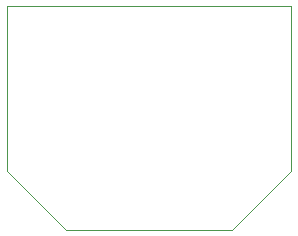
<source format=gbr>
%TF.GenerationSoftware,KiCad,Pcbnew,(5.1.8)-1*%
%TF.CreationDate,2021-09-16T00:57:33-04:00*%
%TF.ProjectId,Camera,43616d65-7261-42e6-9b69-6361645f7063,rev?*%
%TF.SameCoordinates,Original*%
%TF.FileFunction,Profile,NP*%
%FSLAX46Y46*%
G04 Gerber Fmt 4.6, Leading zero omitted, Abs format (unit mm)*
G04 Created by KiCad (PCBNEW (5.1.8)-1) date 2021-09-16 00:57:33*
%MOMM*%
%LPD*%
G01*
G04 APERTURE LIST*
%TA.AperFunction,Profile*%
%ADD10C,0.050000*%
%TD*%
G04 APERTURE END LIST*
D10*
X140000000Y-94000000D02*
X140000000Y-80000000D01*
X145000000Y-99000000D02*
X140000000Y-94000000D01*
X159000000Y-99000000D02*
X145000000Y-99000000D01*
X164000000Y-94000000D02*
X159000000Y-99000000D01*
X164000000Y-80000000D02*
X164000000Y-94000000D01*
X140000000Y-80000000D02*
X164000000Y-80000000D01*
M02*

</source>
